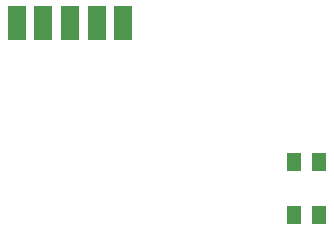
<source format=gbp>
G04 Layer_Color=128*
%FSLAX42Y42*%
%MOMM*%
G71*
G01*
G75*
%ADD16R,1.25X1.50*%
%ADD17R,1.50X3.00*%
D16*
X6605Y1050D02*
D03*
X6395D02*
D03*
X6605Y1500D02*
D03*
X6395D02*
D03*
D17*
X4045Y2670D02*
D03*
X4270D02*
D03*
X4495D02*
D03*
X4720D02*
D03*
X4945D02*
D03*
M02*

</source>
